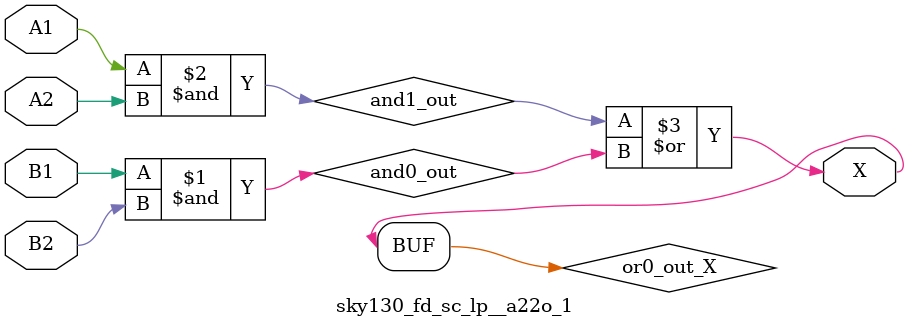
<source format=v>
/*
 * Copyright 2020 The SkyWater PDK Authors
 *
 * Licensed under the Apache License, Version 2.0 (the "License");
 * you may not use this file except in compliance with the License.
 * You may obtain a copy of the License at
 *
 *     https://www.apache.org/licenses/LICENSE-2.0
 *
 * Unless required by applicable law or agreed to in writing, software
 * distributed under the License is distributed on an "AS IS" BASIS,
 * WITHOUT WARRANTIES OR CONDITIONS OF ANY KIND, either express or implied.
 * See the License for the specific language governing permissions and
 * limitations under the License.
 *
 * SPDX-License-Identifier: Apache-2.0
*/


`ifndef SKY130_FD_SC_LP__A22O_1_FUNCTIONAL_V
`define SKY130_FD_SC_LP__A22O_1_FUNCTIONAL_V

/**
 * a22o: 2-input AND into both inputs of 2-input OR.
 *
 *       X = ((A1 & A2) | (B1 & B2))
 *
 * Verilog simulation functional model.
 */

`timescale 1ns / 1ps
`default_nettype none

`celldefine
module sky130_fd_sc_lp__a22o_1 (
    X ,
    A1,
    A2,
    B1,
    B2
);

    // Module ports
    output X ;
    input  A1;
    input  A2;
    input  B1;
    input  B2;

    // Local signals
    wire and0_out ;
    wire and1_out ;
    wire or0_out_X;

    //  Name  Output     Other arguments
    and and0 (and0_out , B1, B2            );
    and and1 (and1_out , A1, A2            );
    or  or0  (or0_out_X, and1_out, and0_out);
    buf buf0 (X        , or0_out_X         );

endmodule
`endcelldefine

`default_nettype wire
`endif  // SKY130_FD_SC_LP__A22O_1_FUNCTIONAL_V

</source>
